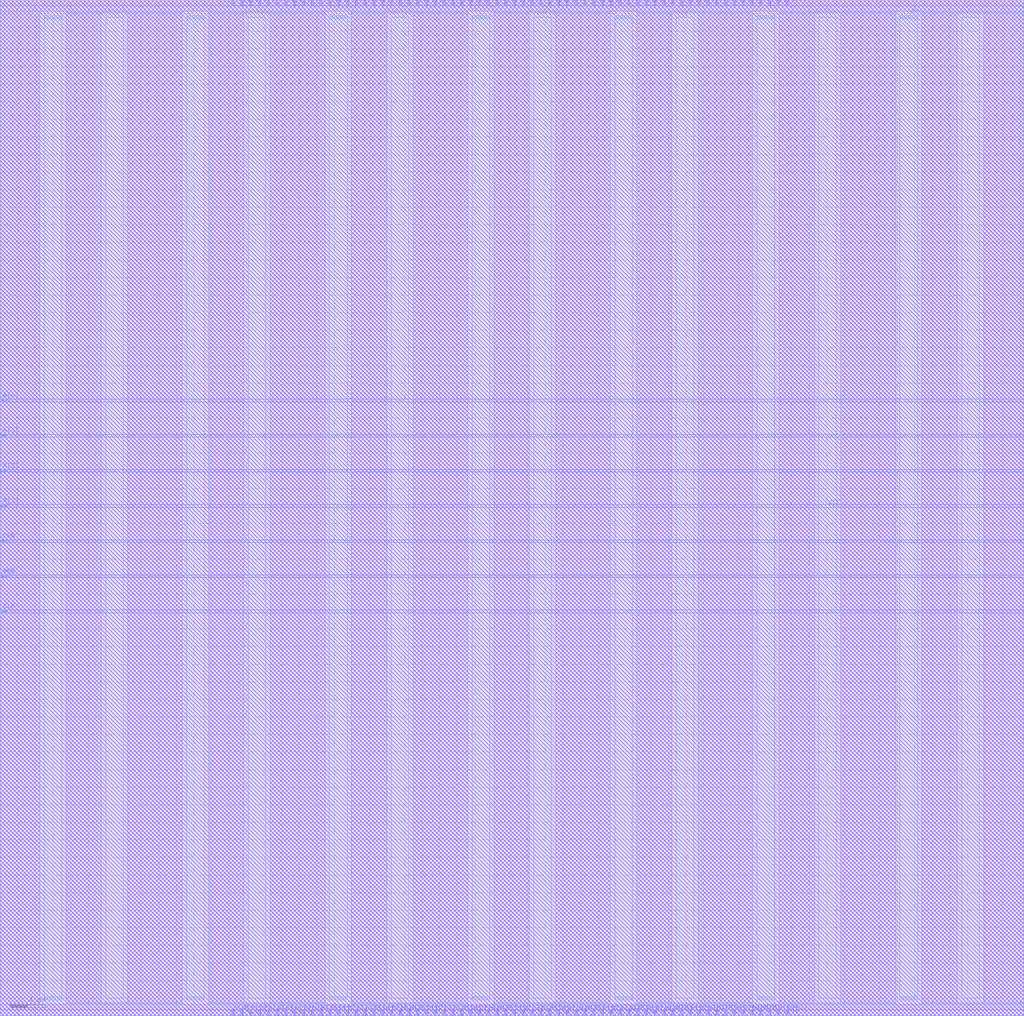
<source format=lef>
##
## LEF for PtnCells ;
## created by Innovus v15.23-s045_1 on Mon Mar 17 12:33:18 2025
##

VERSION 5.8 ;

BUSBITCHARS "[]" ;
DIVIDERCHAR "/" ;

MACRO sram_w8_64b
  CLASS BLOCK ;
  SIZE 116.4000 BY 115.6000 ;
  FOREIGN sram_w8_64b 0.0000 0.0000 ;
  ORIGIN 0 0 ;
  SYMMETRY X Y R90 ;
  PIN CLK
    DIRECTION INPUT ;
    USE SIGNAL ;
    PORT
      LAYER M3 ;
        RECT 0.0000 45.9500 0.6000 46.0500 ;
    END
  END CLK
  PIN D[63]
    DIRECTION INPUT ;
    USE SIGNAL ;
    PORT
      LAYER M2 ;
        RECT 89.4500 0.0000 89.5500 0.6000 ;
    END
  END D[63]
  PIN D[62]
    DIRECTION INPUT ;
    USE SIGNAL ;
    PORT
      LAYER M2 ;
        RECT 88.4500 0.0000 88.5500 0.6000 ;
    END
  END D[62]
  PIN D[61]
    DIRECTION INPUT ;
    USE SIGNAL ;
    PORT
      LAYER M2 ;
        RECT 87.4500 0.0000 87.5500 0.6000 ;
    END
  END D[61]
  PIN D[60]
    DIRECTION INPUT ;
    USE SIGNAL ;
    PORT
      LAYER M2 ;
        RECT 86.4500 0.0000 86.5500 0.6000 ;
    END
  END D[60]
  PIN D[59]
    DIRECTION INPUT ;
    USE SIGNAL ;
    PORT
      LAYER M2 ;
        RECT 85.4500 0.0000 85.5500 0.6000 ;
    END
  END D[59]
  PIN D[58]
    DIRECTION INPUT ;
    USE SIGNAL ;
    PORT
      LAYER M2 ;
        RECT 84.4500 0.0000 84.5500 0.6000 ;
    END
  END D[58]
  PIN D[57]
    DIRECTION INPUT ;
    USE SIGNAL ;
    PORT
      LAYER M2 ;
        RECT 83.4500 0.0000 83.5500 0.6000 ;
    END
  END D[57]
  PIN D[56]
    DIRECTION INPUT ;
    USE SIGNAL ;
    PORT
      LAYER M2 ;
        RECT 82.4500 0.0000 82.5500 0.6000 ;
    END
  END D[56]
  PIN D[55]
    DIRECTION INPUT ;
    USE SIGNAL ;
    PORT
      LAYER M2 ;
        RECT 81.4500 0.0000 81.5500 0.6000 ;
    END
  END D[55]
  PIN D[54]
    DIRECTION INPUT ;
    USE SIGNAL ;
    PORT
      LAYER M2 ;
        RECT 80.4500 0.0000 80.5500 0.6000 ;
    END
  END D[54]
  PIN D[53]
    DIRECTION INPUT ;
    USE SIGNAL ;
    PORT
      LAYER M2 ;
        RECT 79.4500 0.0000 79.5500 0.6000 ;
    END
  END D[53]
  PIN D[52]
    DIRECTION INPUT ;
    USE SIGNAL ;
    PORT
      LAYER M2 ;
        RECT 78.4500 0.0000 78.5500 0.6000 ;
    END
  END D[52]
  PIN D[51]
    DIRECTION INPUT ;
    USE SIGNAL ;
    PORT
      LAYER M2 ;
        RECT 77.4500 0.0000 77.5500 0.6000 ;
    END
  END D[51]
  PIN D[50]
    DIRECTION INPUT ;
    USE SIGNAL ;
    PORT
      LAYER M2 ;
        RECT 76.4500 0.0000 76.5500 0.6000 ;
    END
  END D[50]
  PIN D[49]
    DIRECTION INPUT ;
    USE SIGNAL ;
    PORT
      LAYER M2 ;
        RECT 75.4500 0.0000 75.5500 0.6000 ;
    END
  END D[49]
  PIN D[48]
    DIRECTION INPUT ;
    USE SIGNAL ;
    PORT
      LAYER M2 ;
        RECT 74.4500 0.0000 74.5500 0.6000 ;
    END
  END D[48]
  PIN D[47]
    DIRECTION INPUT ;
    USE SIGNAL ;
    PORT
      LAYER M2 ;
        RECT 73.4500 0.0000 73.5500 0.6000 ;
    END
  END D[47]
  PIN D[46]
    DIRECTION INPUT ;
    USE SIGNAL ;
    PORT
      LAYER M2 ;
        RECT 72.4500 0.0000 72.5500 0.6000 ;
    END
  END D[46]
  PIN D[45]
    DIRECTION INPUT ;
    USE SIGNAL ;
    PORT
      LAYER M2 ;
        RECT 71.4500 0.0000 71.5500 0.6000 ;
    END
  END D[45]
  PIN D[44]
    DIRECTION INPUT ;
    USE SIGNAL ;
    PORT
      LAYER M2 ;
        RECT 70.4500 0.0000 70.5500 0.6000 ;
    END
  END D[44]
  PIN D[43]
    DIRECTION INPUT ;
    USE SIGNAL ;
    PORT
      LAYER M2 ;
        RECT 69.4500 0.0000 69.5500 0.6000 ;
    END
  END D[43]
  PIN D[42]
    DIRECTION INPUT ;
    USE SIGNAL ;
    PORT
      LAYER M2 ;
        RECT 68.4500 0.0000 68.5500 0.6000 ;
    END
  END D[42]
  PIN D[41]
    DIRECTION INPUT ;
    USE SIGNAL ;
    PORT
      LAYER M2 ;
        RECT 67.4500 0.0000 67.5500 0.6000 ;
    END
  END D[41]
  PIN D[40]
    DIRECTION INPUT ;
    USE SIGNAL ;
    PORT
      LAYER M2 ;
        RECT 66.4500 0.0000 66.5500 0.6000 ;
    END
  END D[40]
  PIN D[39]
    DIRECTION INPUT ;
    USE SIGNAL ;
    PORT
      LAYER M2 ;
        RECT 65.4500 0.0000 65.5500 0.6000 ;
    END
  END D[39]
  PIN D[38]
    DIRECTION INPUT ;
    USE SIGNAL ;
    PORT
      LAYER M2 ;
        RECT 64.4500 0.0000 64.5500 0.6000 ;
    END
  END D[38]
  PIN D[37]
    DIRECTION INPUT ;
    USE SIGNAL ;
    PORT
      LAYER M2 ;
        RECT 63.4500 0.0000 63.5500 0.6000 ;
    END
  END D[37]
  PIN D[36]
    DIRECTION INPUT ;
    USE SIGNAL ;
    PORT
      LAYER M2 ;
        RECT 62.4500 0.0000 62.5500 0.6000 ;
    END
  END D[36]
  PIN D[35]
    DIRECTION INPUT ;
    USE SIGNAL ;
    PORT
      LAYER M2 ;
        RECT 61.4500 0.0000 61.5500 0.6000 ;
    END
  END D[35]
  PIN D[34]
    DIRECTION INPUT ;
    USE SIGNAL ;
    PORT
      LAYER M2 ;
        RECT 60.4500 0.0000 60.5500 0.6000 ;
    END
  END D[34]
  PIN D[33]
    DIRECTION INPUT ;
    USE SIGNAL ;
    PORT
      LAYER M2 ;
        RECT 59.4500 0.0000 59.5500 0.6000 ;
    END
  END D[33]
  PIN D[32]
    DIRECTION INPUT ;
    USE SIGNAL ;
    PORT
      LAYER M2 ;
        RECT 58.4500 0.0000 58.5500 0.6000 ;
    END
  END D[32]
  PIN D[31]
    DIRECTION INPUT ;
    USE SIGNAL ;
    PORT
      LAYER M2 ;
        RECT 57.4500 0.0000 57.5500 0.6000 ;
    END
  END D[31]
  PIN D[30]
    DIRECTION INPUT ;
    USE SIGNAL ;
    PORT
      LAYER M2 ;
        RECT 56.4500 0.0000 56.5500 0.6000 ;
    END
  END D[30]
  PIN D[29]
    DIRECTION INPUT ;
    USE SIGNAL ;
    PORT
      LAYER M2 ;
        RECT 55.4500 0.0000 55.5500 0.6000 ;
    END
  END D[29]
  PIN D[28]
    DIRECTION INPUT ;
    USE SIGNAL ;
    PORT
      LAYER M2 ;
        RECT 54.4500 0.0000 54.5500 0.6000 ;
    END
  END D[28]
  PIN D[27]
    DIRECTION INPUT ;
    USE SIGNAL ;
    PORT
      LAYER M2 ;
        RECT 53.4500 0.0000 53.5500 0.6000 ;
    END
  END D[27]
  PIN D[26]
    DIRECTION INPUT ;
    USE SIGNAL ;
    PORT
      LAYER M2 ;
        RECT 52.4500 0.0000 52.5500 0.6000 ;
    END
  END D[26]
  PIN D[25]
    DIRECTION INPUT ;
    USE SIGNAL ;
    PORT
      LAYER M2 ;
        RECT 51.4500 0.0000 51.5500 0.6000 ;
    END
  END D[25]
  PIN D[24]
    DIRECTION INPUT ;
    USE SIGNAL ;
    PORT
      LAYER M2 ;
        RECT 50.4500 0.0000 50.5500 0.6000 ;
    END
  END D[24]
  PIN D[23]
    DIRECTION INPUT ;
    USE SIGNAL ;
    PORT
      LAYER M2 ;
        RECT 49.4500 0.0000 49.5500 0.6000 ;
    END
  END D[23]
  PIN D[22]
    DIRECTION INPUT ;
    USE SIGNAL ;
    PORT
      LAYER M2 ;
        RECT 48.4500 0.0000 48.5500 0.6000 ;
    END
  END D[22]
  PIN D[21]
    DIRECTION INPUT ;
    USE SIGNAL ;
    PORT
      LAYER M2 ;
        RECT 47.4500 0.0000 47.5500 0.6000 ;
    END
  END D[21]
  PIN D[20]
    DIRECTION INPUT ;
    USE SIGNAL ;
    PORT
      LAYER M2 ;
        RECT 46.4500 0.0000 46.5500 0.6000 ;
    END
  END D[20]
  PIN D[19]
    DIRECTION INPUT ;
    USE SIGNAL ;
    PORT
      LAYER M2 ;
        RECT 45.4500 0.0000 45.5500 0.6000 ;
    END
  END D[19]
  PIN D[18]
    DIRECTION INPUT ;
    USE SIGNAL ;
    PORT
      LAYER M2 ;
        RECT 44.4500 0.0000 44.5500 0.6000 ;
    END
  END D[18]
  PIN D[17]
    DIRECTION INPUT ;
    USE SIGNAL ;
    PORT
      LAYER M2 ;
        RECT 43.4500 0.0000 43.5500 0.6000 ;
    END
  END D[17]
  PIN D[16]
    DIRECTION INPUT ;
    USE SIGNAL ;
    PORT
      LAYER M2 ;
        RECT 42.4500 0.0000 42.5500 0.6000 ;
    END
  END D[16]
  PIN D[15]
    DIRECTION INPUT ;
    USE SIGNAL ;
    PORT
      LAYER M2 ;
        RECT 41.4500 0.0000 41.5500 0.6000 ;
    END
  END D[15]
  PIN D[14]
    DIRECTION INPUT ;
    USE SIGNAL ;
    PORT
      LAYER M2 ;
        RECT 40.4500 0.0000 40.5500 0.6000 ;
    END
  END D[14]
  PIN D[13]
    DIRECTION INPUT ;
    USE SIGNAL ;
    PORT
      LAYER M2 ;
        RECT 39.4500 0.0000 39.5500 0.6000 ;
    END
  END D[13]
  PIN D[12]
    DIRECTION INPUT ;
    USE SIGNAL ;
    PORT
      LAYER M2 ;
        RECT 38.4500 0.0000 38.5500 0.6000 ;
    END
  END D[12]
  PIN D[11]
    DIRECTION INPUT ;
    USE SIGNAL ;
    PORT
      LAYER M2 ;
        RECT 37.4500 0.0000 37.5500 0.6000 ;
    END
  END D[11]
  PIN D[10]
    DIRECTION INPUT ;
    USE SIGNAL ;
    PORT
      LAYER M2 ;
        RECT 36.4500 0.0000 36.5500 0.6000 ;
    END
  END D[10]
  PIN D[9]
    DIRECTION INPUT ;
    USE SIGNAL ;
    PORT
      LAYER M2 ;
        RECT 35.4500 0.0000 35.5500 0.6000 ;
    END
  END D[9]
  PIN D[8]
    DIRECTION INPUT ;
    USE SIGNAL ;
    PORT
      LAYER M2 ;
        RECT 34.4500 0.0000 34.5500 0.6000 ;
    END
  END D[8]
  PIN D[7]
    DIRECTION INPUT ;
    USE SIGNAL ;
    PORT
      LAYER M2 ;
        RECT 33.4500 0.0000 33.5500 0.6000 ;
    END
  END D[7]
  PIN D[6]
    DIRECTION INPUT ;
    USE SIGNAL ;
    PORT
      LAYER M2 ;
        RECT 32.4500 0.0000 32.5500 0.6000 ;
    END
  END D[6]
  PIN D[5]
    DIRECTION INPUT ;
    USE SIGNAL ;
    PORT
      LAYER M2 ;
        RECT 31.4500 0.0000 31.5500 0.6000 ;
    END
  END D[5]
  PIN D[4]
    DIRECTION INPUT ;
    USE SIGNAL ;
    PORT
      LAYER M2 ;
        RECT 30.4500 0.0000 30.5500 0.6000 ;
    END
  END D[4]
  PIN D[3]
    DIRECTION INPUT ;
    USE SIGNAL ;
    PORT
      LAYER M2 ;
        RECT 29.4500 0.0000 29.5500 0.6000 ;
    END
  END D[3]
  PIN D[2]
    DIRECTION INPUT ;
    USE SIGNAL ;
    PORT
      LAYER M2 ;
        RECT 28.4500 0.0000 28.5500 0.6000 ;
    END
  END D[2]
  PIN D[1]
    DIRECTION INPUT ;
    USE SIGNAL ;
    PORT
      LAYER M2 ;
        RECT 27.4500 0.0000 27.5500 0.6000 ;
    END
  END D[1]
  PIN D[0]
    DIRECTION INPUT ;
    USE SIGNAL ;
    PORT
      LAYER M2 ;
        RECT 26.4500 0.0000 26.5500 0.6000 ;
    END
  END D[0]
  PIN Q[63]
    DIRECTION OUTPUT ;
    USE SIGNAL ;
    PORT
      LAYER M2 ;
        RECT 89.4500 115.0000 89.5500 115.6000 ;
    END
  END Q[63]
  PIN Q[62]
    DIRECTION OUTPUT ;
    USE SIGNAL ;
    PORT
      LAYER M2 ;
        RECT 88.4500 115.0000 88.5500 115.6000 ;
    END
  END Q[62]
  PIN Q[61]
    DIRECTION OUTPUT ;
    USE SIGNAL ;
    PORT
      LAYER M2 ;
        RECT 87.4500 115.0000 87.5500 115.6000 ;
    END
  END Q[61]
  PIN Q[60]
    DIRECTION OUTPUT ;
    USE SIGNAL ;
    PORT
      LAYER M2 ;
        RECT 86.4500 115.0000 86.5500 115.6000 ;
    END
  END Q[60]
  PIN Q[59]
    DIRECTION OUTPUT ;
    USE SIGNAL ;
    PORT
      LAYER M2 ;
        RECT 85.4500 115.0000 85.5500 115.6000 ;
    END
  END Q[59]
  PIN Q[58]
    DIRECTION OUTPUT ;
    USE SIGNAL ;
    PORT
      LAYER M2 ;
        RECT 84.4500 115.0000 84.5500 115.6000 ;
    END
  END Q[58]
  PIN Q[57]
    DIRECTION OUTPUT ;
    USE SIGNAL ;
    PORT
      LAYER M2 ;
        RECT 83.4500 115.0000 83.5500 115.6000 ;
    END
  END Q[57]
  PIN Q[56]
    DIRECTION OUTPUT ;
    USE SIGNAL ;
    PORT
      LAYER M2 ;
        RECT 82.4500 115.0000 82.5500 115.6000 ;
    END
  END Q[56]
  PIN Q[55]
    DIRECTION OUTPUT ;
    USE SIGNAL ;
    PORT
      LAYER M2 ;
        RECT 81.4500 115.0000 81.5500 115.6000 ;
    END
  END Q[55]
  PIN Q[54]
    DIRECTION OUTPUT ;
    USE SIGNAL ;
    PORT
      LAYER M2 ;
        RECT 80.4500 115.0000 80.5500 115.6000 ;
    END
  END Q[54]
  PIN Q[53]
    DIRECTION OUTPUT ;
    USE SIGNAL ;
    PORT
      LAYER M2 ;
        RECT 79.4500 115.0000 79.5500 115.6000 ;
    END
  END Q[53]
  PIN Q[52]
    DIRECTION OUTPUT ;
    USE SIGNAL ;
    PORT
      LAYER M2 ;
        RECT 78.4500 115.0000 78.5500 115.6000 ;
    END
  END Q[52]
  PIN Q[51]
    DIRECTION OUTPUT ;
    USE SIGNAL ;
    PORT
      LAYER M2 ;
        RECT 77.4500 115.0000 77.5500 115.6000 ;
    END
  END Q[51]
  PIN Q[50]
    DIRECTION OUTPUT ;
    USE SIGNAL ;
    PORT
      LAYER M2 ;
        RECT 76.4500 115.0000 76.5500 115.6000 ;
    END
  END Q[50]
  PIN Q[49]
    DIRECTION OUTPUT ;
    USE SIGNAL ;
    PORT
      LAYER M2 ;
        RECT 75.4500 115.0000 75.5500 115.6000 ;
    END
  END Q[49]
  PIN Q[48]
    DIRECTION OUTPUT ;
    USE SIGNAL ;
    PORT
      LAYER M2 ;
        RECT 74.4500 115.0000 74.5500 115.6000 ;
    END
  END Q[48]
  PIN Q[47]
    DIRECTION OUTPUT ;
    USE SIGNAL ;
    PORT
      LAYER M2 ;
        RECT 73.4500 115.0000 73.5500 115.6000 ;
    END
  END Q[47]
  PIN Q[46]
    DIRECTION OUTPUT ;
    USE SIGNAL ;
    PORT
      LAYER M2 ;
        RECT 72.4500 115.0000 72.5500 115.6000 ;
    END
  END Q[46]
  PIN Q[45]
    DIRECTION OUTPUT ;
    USE SIGNAL ;
    PORT
      LAYER M2 ;
        RECT 71.4500 115.0000 71.5500 115.6000 ;
    END
  END Q[45]
  PIN Q[44]
    DIRECTION OUTPUT ;
    USE SIGNAL ;
    PORT
      LAYER M2 ;
        RECT 70.4500 115.0000 70.5500 115.6000 ;
    END
  END Q[44]
  PIN Q[43]
    DIRECTION OUTPUT ;
    USE SIGNAL ;
    PORT
      LAYER M2 ;
        RECT 69.4500 115.0000 69.5500 115.6000 ;
    END
  END Q[43]
  PIN Q[42]
    DIRECTION OUTPUT ;
    USE SIGNAL ;
    PORT
      LAYER M2 ;
        RECT 68.4500 115.0000 68.5500 115.6000 ;
    END
  END Q[42]
  PIN Q[41]
    DIRECTION OUTPUT ;
    USE SIGNAL ;
    PORT
      LAYER M2 ;
        RECT 67.4500 115.0000 67.5500 115.6000 ;
    END
  END Q[41]
  PIN Q[40]
    DIRECTION OUTPUT ;
    USE SIGNAL ;
    PORT
      LAYER M2 ;
        RECT 66.4500 115.0000 66.5500 115.6000 ;
    END
  END Q[40]
  PIN Q[39]
    DIRECTION OUTPUT ;
    USE SIGNAL ;
    PORT
      LAYER M2 ;
        RECT 65.4500 115.0000 65.5500 115.6000 ;
    END
  END Q[39]
  PIN Q[38]
    DIRECTION OUTPUT ;
    USE SIGNAL ;
    PORT
      LAYER M2 ;
        RECT 64.4500 115.0000 64.5500 115.6000 ;
    END
  END Q[38]
  PIN Q[37]
    DIRECTION OUTPUT ;
    USE SIGNAL ;
    PORT
      LAYER M2 ;
        RECT 63.4500 115.0000 63.5500 115.6000 ;
    END
  END Q[37]
  PIN Q[36]
    DIRECTION OUTPUT ;
    USE SIGNAL ;
    PORT
      LAYER M2 ;
        RECT 62.4500 115.0000 62.5500 115.6000 ;
    END
  END Q[36]
  PIN Q[35]
    DIRECTION OUTPUT ;
    USE SIGNAL ;
    PORT
      LAYER M2 ;
        RECT 61.4500 115.0000 61.5500 115.6000 ;
    END
  END Q[35]
  PIN Q[34]
    DIRECTION OUTPUT ;
    USE SIGNAL ;
    PORT
      LAYER M2 ;
        RECT 60.4500 115.0000 60.5500 115.6000 ;
    END
  END Q[34]
  PIN Q[33]
    DIRECTION OUTPUT ;
    USE SIGNAL ;
    PORT
      LAYER M2 ;
        RECT 59.4500 115.0000 59.5500 115.6000 ;
    END
  END Q[33]
  PIN Q[32]
    DIRECTION OUTPUT ;
    USE SIGNAL ;
    PORT
      LAYER M2 ;
        RECT 58.4500 115.0000 58.5500 115.6000 ;
    END
  END Q[32]
  PIN Q[31]
    DIRECTION OUTPUT ;
    USE SIGNAL ;
    PORT
      LAYER M2 ;
        RECT 57.4500 115.0000 57.5500 115.6000 ;
    END
  END Q[31]
  PIN Q[30]
    DIRECTION OUTPUT ;
    USE SIGNAL ;
    PORT
      LAYER M2 ;
        RECT 56.4500 115.0000 56.5500 115.6000 ;
    END
  END Q[30]
  PIN Q[29]
    DIRECTION OUTPUT ;
    USE SIGNAL ;
    PORT
      LAYER M2 ;
        RECT 55.4500 115.0000 55.5500 115.6000 ;
    END
  END Q[29]
  PIN Q[28]
    DIRECTION OUTPUT ;
    USE SIGNAL ;
    PORT
      LAYER M2 ;
        RECT 54.4500 115.0000 54.5500 115.6000 ;
    END
  END Q[28]
  PIN Q[27]
    DIRECTION OUTPUT ;
    USE SIGNAL ;
    PORT
      LAYER M2 ;
        RECT 53.4500 115.0000 53.5500 115.6000 ;
    END
  END Q[27]
  PIN Q[26]
    DIRECTION OUTPUT ;
    USE SIGNAL ;
    PORT
      LAYER M2 ;
        RECT 52.4500 115.0000 52.5500 115.6000 ;
    END
  END Q[26]
  PIN Q[25]
    DIRECTION OUTPUT ;
    USE SIGNAL ;
    PORT
      LAYER M2 ;
        RECT 51.4500 115.0000 51.5500 115.6000 ;
    END
  END Q[25]
  PIN Q[24]
    DIRECTION OUTPUT ;
    USE SIGNAL ;
    PORT
      LAYER M2 ;
        RECT 50.4500 115.0000 50.5500 115.6000 ;
    END
  END Q[24]
  PIN Q[23]
    DIRECTION OUTPUT ;
    USE SIGNAL ;
    PORT
      LAYER M2 ;
        RECT 49.4500 115.0000 49.5500 115.6000 ;
    END
  END Q[23]
  PIN Q[22]
    DIRECTION OUTPUT ;
    USE SIGNAL ;
    PORT
      LAYER M2 ;
        RECT 48.4500 115.0000 48.5500 115.6000 ;
    END
  END Q[22]
  PIN Q[21]
    DIRECTION OUTPUT ;
    USE SIGNAL ;
    PORT
      LAYER M2 ;
        RECT 47.4500 115.0000 47.5500 115.6000 ;
    END
  END Q[21]
  PIN Q[20]
    DIRECTION OUTPUT ;
    USE SIGNAL ;
    PORT
      LAYER M2 ;
        RECT 46.4500 115.0000 46.5500 115.6000 ;
    END
  END Q[20]
  PIN Q[19]
    DIRECTION OUTPUT ;
    USE SIGNAL ;
    PORT
      LAYER M2 ;
        RECT 45.4500 115.0000 45.5500 115.6000 ;
    END
  END Q[19]
  PIN Q[18]
    DIRECTION OUTPUT ;
    USE SIGNAL ;
    PORT
      LAYER M2 ;
        RECT 44.4500 115.0000 44.5500 115.6000 ;
    END
  END Q[18]
  PIN Q[17]
    DIRECTION OUTPUT ;
    USE SIGNAL ;
    PORT
      LAYER M2 ;
        RECT 43.4500 115.0000 43.5500 115.6000 ;
    END
  END Q[17]
  PIN Q[16]
    DIRECTION OUTPUT ;
    USE SIGNAL ;
    PORT
      LAYER M2 ;
        RECT 42.4500 115.0000 42.5500 115.6000 ;
    END
  END Q[16]
  PIN Q[15]
    DIRECTION OUTPUT ;
    USE SIGNAL ;
    PORT
      LAYER M2 ;
        RECT 41.4500 115.0000 41.5500 115.6000 ;
    END
  END Q[15]
  PIN Q[14]
    DIRECTION OUTPUT ;
    USE SIGNAL ;
    PORT
      LAYER M2 ;
        RECT 40.4500 115.0000 40.5500 115.6000 ;
    END
  END Q[14]
  PIN Q[13]
    DIRECTION OUTPUT ;
    USE SIGNAL ;
    PORT
      LAYER M2 ;
        RECT 39.4500 115.0000 39.5500 115.6000 ;
    END
  END Q[13]
  PIN Q[12]
    DIRECTION OUTPUT ;
    USE SIGNAL ;
    PORT
      LAYER M2 ;
        RECT 38.4500 115.0000 38.5500 115.6000 ;
    END
  END Q[12]
  PIN Q[11]
    DIRECTION OUTPUT ;
    USE SIGNAL ;
    PORT
      LAYER M2 ;
        RECT 37.4500 115.0000 37.5500 115.6000 ;
    END
  END Q[11]
  PIN Q[10]
    DIRECTION OUTPUT ;
    USE SIGNAL ;
    PORT
      LAYER M2 ;
        RECT 36.4500 115.0000 36.5500 115.6000 ;
    END
  END Q[10]
  PIN Q[9]
    DIRECTION OUTPUT ;
    USE SIGNAL ;
    PORT
      LAYER M2 ;
        RECT 35.4500 115.0000 35.5500 115.6000 ;
    END
  END Q[9]
  PIN Q[8]
    DIRECTION OUTPUT ;
    USE SIGNAL ;
    PORT
      LAYER M2 ;
        RECT 34.4500 115.0000 34.5500 115.6000 ;
    END
  END Q[8]
  PIN Q[7]
    DIRECTION OUTPUT ;
    USE SIGNAL ;
    PORT
      LAYER M2 ;
        RECT 33.4500 115.0000 33.5500 115.6000 ;
    END
  END Q[7]
  PIN Q[6]
    DIRECTION OUTPUT ;
    USE SIGNAL ;
    PORT
      LAYER M2 ;
        RECT 32.4500 115.0000 32.5500 115.6000 ;
    END
  END Q[6]
  PIN Q[5]
    DIRECTION OUTPUT ;
    USE SIGNAL ;
    PORT
      LAYER M2 ;
        RECT 31.4500 115.0000 31.5500 115.6000 ;
    END
  END Q[5]
  PIN Q[4]
    DIRECTION OUTPUT ;
    USE SIGNAL ;
    PORT
      LAYER M2 ;
        RECT 30.4500 115.0000 30.5500 115.6000 ;
    END
  END Q[4]
  PIN Q[3]
    DIRECTION OUTPUT ;
    USE SIGNAL ;
    PORT
      LAYER M2 ;
        RECT 29.4500 115.0000 29.5500 115.6000 ;
    END
  END Q[3]
  PIN Q[2]
    DIRECTION OUTPUT ;
    USE SIGNAL ;
    PORT
      LAYER M2 ;
        RECT 28.4500 115.0000 28.5500 115.6000 ;
    END
  END Q[2]
  PIN Q[1]
    DIRECTION OUTPUT ;
    USE SIGNAL ;
    PORT
      LAYER M2 ;
        RECT 27.4500 115.0000 27.5500 115.6000 ;
    END
  END Q[1]
  PIN Q[0]
    DIRECTION OUTPUT ;
    USE SIGNAL ;
    PORT
      LAYER M2 ;
        RECT 26.4500 115.0000 26.5500 115.6000 ;
    END
  END Q[0]
  PIN CEN
    DIRECTION INPUT ;
    USE SIGNAL ;
    PORT
      LAYER M3 ;
        RECT 0.0000 53.9500 0.6000 54.0500 ;
    END
  END CEN
  PIN WEN
    DIRECTION INPUT ;
    USE SIGNAL ;
    PORT
      LAYER M3 ;
        RECT 0.0000 49.9500 0.6000 50.0500 ;
    END
  END WEN
  PIN A[3]
    DIRECTION INPUT ;
    USE SIGNAL ;
    PORT
      LAYER M3 ;
        RECT 0.0000 57.9500 0.6000 58.0500 ;
    END
  END A[3]
  PIN A[2]
    DIRECTION INPUT ;
    USE SIGNAL ;
    PORT
      LAYER M3 ;
        RECT 0.0000 61.9500 0.6000 62.0500 ;
    END
  END A[2]
  PIN A[1]
    DIRECTION INPUT ;
    USE SIGNAL ;
    PORT
      LAYER M3 ;
        RECT 0.0000 65.9500 0.6000 66.0500 ;
    END
  END A[1]
  PIN A[0]
    DIRECTION INPUT ;
    USE SIGNAL ;
    PORT
      LAYER M3 ;
        RECT 0.0000 69.9500 0.6000 70.0500 ;
    END
  END A[0]
  PIN VSS
    DIRECTION INOUT ;
    USE GROUND ;

# P/G power stripe data as pin
    PORT
      LAYER M4 ;
        RECT 12.0000 2.0000 14.0000 113.6000 ;
        RECT 28.2200 2.0000 30.2200 113.6000 ;
        RECT 44.4400 2.0000 46.4400 113.6000 ;
        RECT 76.8800 2.0000 78.8800 113.6000 ;
        RECT 60.6600 2.0000 62.6600 113.6000 ;
        RECT 109.3200 2.0000 111.3200 113.6000 ;
        RECT 93.1000 2.0000 95.1000 113.6000 ;
    END
# end of P/G power stripe data as pin

  END VSS
  PIN VDD
    DIRECTION INOUT ;
    USE POWER ;

# P/G power stripe data as pin
    PORT
      LAYER M4 ;
        RECT 5.0000 2.0000 7.0000 113.6000 ;
        RECT 21.2200 2.0000 23.2200 113.6000 ;
        RECT 37.4400 2.0000 39.4400 113.6000 ;
        RECT 53.6600 2.0000 55.6600 113.6000 ;
        RECT 86.1000 2.0000 88.1000 113.6000 ;
        RECT 69.8800 2.0000 71.8800 113.6000 ;
        RECT 102.3200 2.0000 104.3200 113.6000 ;
        RECT 5.0000 1.8350 7.0000 2.1650 ;
        RECT 21.2200 1.8350 23.2200 2.1650 ;
        RECT 37.4400 1.8350 39.4400 2.1650 ;
        RECT 53.6600 1.8350 55.6600 2.1650 ;
        RECT 86.1000 1.8350 88.1000 2.1650 ;
        RECT 69.8800 1.8350 71.8800 2.1650 ;
        RECT 102.3200 1.8350 104.3200 2.1650 ;
        RECT 5.0000 113.4350 7.0000 113.7650 ;
        RECT 21.2200 113.4350 23.2200 113.7650 ;
        RECT 37.4400 113.4350 39.4400 113.7650 ;
        RECT 53.6600 113.4350 55.6600 113.7650 ;
        RECT 86.1000 113.4350 88.1000 113.7650 ;
        RECT 69.8800 113.4350 71.8800 113.7650 ;
        RECT 102.3200 113.4350 104.3200 113.7650 ;
    END
# end of P/G power stripe data as pin

  END VDD
  OBS
    LAYER M1 ;
      RECT 0.0000 0.0000 116.4000 115.6000 ;
    LAYER M2 ;
      RECT 89.6500 114.9000 116.4000 115.6000 ;
      RECT 88.6500 114.9000 89.3500 115.6000 ;
      RECT 87.6500 114.9000 88.3500 115.6000 ;
      RECT 86.6500 114.9000 87.3500 115.6000 ;
      RECT 85.6500 114.9000 86.3500 115.6000 ;
      RECT 84.6500 114.9000 85.3500 115.6000 ;
      RECT 83.6500 114.9000 84.3500 115.6000 ;
      RECT 82.6500 114.9000 83.3500 115.6000 ;
      RECT 81.6500 114.9000 82.3500 115.6000 ;
      RECT 80.6500 114.9000 81.3500 115.6000 ;
      RECT 79.6500 114.9000 80.3500 115.6000 ;
      RECT 78.6500 114.9000 79.3500 115.6000 ;
      RECT 77.6500 114.9000 78.3500 115.6000 ;
      RECT 76.6500 114.9000 77.3500 115.6000 ;
      RECT 75.6500 114.9000 76.3500 115.6000 ;
      RECT 74.6500 114.9000 75.3500 115.6000 ;
      RECT 73.6500 114.9000 74.3500 115.6000 ;
      RECT 72.6500 114.9000 73.3500 115.6000 ;
      RECT 71.6500 114.9000 72.3500 115.6000 ;
      RECT 70.6500 114.9000 71.3500 115.6000 ;
      RECT 69.6500 114.9000 70.3500 115.6000 ;
      RECT 68.6500 114.9000 69.3500 115.6000 ;
      RECT 67.6500 114.9000 68.3500 115.6000 ;
      RECT 66.6500 114.9000 67.3500 115.6000 ;
      RECT 65.6500 114.9000 66.3500 115.6000 ;
      RECT 64.6500 114.9000 65.3500 115.6000 ;
      RECT 63.6500 114.9000 64.3500 115.6000 ;
      RECT 62.6500 114.9000 63.3500 115.6000 ;
      RECT 61.6500 114.9000 62.3500 115.6000 ;
      RECT 60.6500 114.9000 61.3500 115.6000 ;
      RECT 59.6500 114.9000 60.3500 115.6000 ;
      RECT 58.6500 114.9000 59.3500 115.6000 ;
      RECT 57.6500 114.9000 58.3500 115.6000 ;
      RECT 56.6500 114.9000 57.3500 115.6000 ;
      RECT 55.6500 114.9000 56.3500 115.6000 ;
      RECT 54.6500 114.9000 55.3500 115.6000 ;
      RECT 53.6500 114.9000 54.3500 115.6000 ;
      RECT 52.6500 114.9000 53.3500 115.6000 ;
      RECT 51.6500 114.9000 52.3500 115.6000 ;
      RECT 50.6500 114.9000 51.3500 115.6000 ;
      RECT 49.6500 114.9000 50.3500 115.6000 ;
      RECT 48.6500 114.9000 49.3500 115.6000 ;
      RECT 47.6500 114.9000 48.3500 115.6000 ;
      RECT 46.6500 114.9000 47.3500 115.6000 ;
      RECT 45.6500 114.9000 46.3500 115.6000 ;
      RECT 44.6500 114.9000 45.3500 115.6000 ;
      RECT 43.6500 114.9000 44.3500 115.6000 ;
      RECT 42.6500 114.9000 43.3500 115.6000 ;
      RECT 41.6500 114.9000 42.3500 115.6000 ;
      RECT 40.6500 114.9000 41.3500 115.6000 ;
      RECT 39.6500 114.9000 40.3500 115.6000 ;
      RECT 38.6500 114.9000 39.3500 115.6000 ;
      RECT 37.6500 114.9000 38.3500 115.6000 ;
      RECT 36.6500 114.9000 37.3500 115.6000 ;
      RECT 35.6500 114.9000 36.3500 115.6000 ;
      RECT 34.6500 114.9000 35.3500 115.6000 ;
      RECT 33.6500 114.9000 34.3500 115.6000 ;
      RECT 32.6500 114.9000 33.3500 115.6000 ;
      RECT 31.6500 114.9000 32.3500 115.6000 ;
      RECT 30.6500 114.9000 31.3500 115.6000 ;
      RECT 29.6500 114.9000 30.3500 115.6000 ;
      RECT 28.6500 114.9000 29.3500 115.6000 ;
      RECT 27.6500 114.9000 28.3500 115.6000 ;
      RECT 26.6500 114.9000 27.3500 115.6000 ;
      RECT 0.0000 114.9000 26.3500 115.6000 ;
      RECT 0.0000 0.7000 116.4000 114.9000 ;
      RECT 89.6500 0.0000 116.4000 0.7000 ;
      RECT 88.6500 0.0000 89.3500 0.7000 ;
      RECT 87.6500 0.0000 88.3500 0.7000 ;
      RECT 86.6500 0.0000 87.3500 0.7000 ;
      RECT 85.6500 0.0000 86.3500 0.7000 ;
      RECT 84.6500 0.0000 85.3500 0.7000 ;
      RECT 83.6500 0.0000 84.3500 0.7000 ;
      RECT 82.6500 0.0000 83.3500 0.7000 ;
      RECT 81.6500 0.0000 82.3500 0.7000 ;
      RECT 80.6500 0.0000 81.3500 0.7000 ;
      RECT 79.6500 0.0000 80.3500 0.7000 ;
      RECT 78.6500 0.0000 79.3500 0.7000 ;
      RECT 77.6500 0.0000 78.3500 0.7000 ;
      RECT 76.6500 0.0000 77.3500 0.7000 ;
      RECT 75.6500 0.0000 76.3500 0.7000 ;
      RECT 74.6500 0.0000 75.3500 0.7000 ;
      RECT 73.6500 0.0000 74.3500 0.7000 ;
      RECT 72.6500 0.0000 73.3500 0.7000 ;
      RECT 71.6500 0.0000 72.3500 0.7000 ;
      RECT 70.6500 0.0000 71.3500 0.7000 ;
      RECT 69.6500 0.0000 70.3500 0.7000 ;
      RECT 68.6500 0.0000 69.3500 0.7000 ;
      RECT 67.6500 0.0000 68.3500 0.7000 ;
      RECT 66.6500 0.0000 67.3500 0.7000 ;
      RECT 65.6500 0.0000 66.3500 0.7000 ;
      RECT 64.6500 0.0000 65.3500 0.7000 ;
      RECT 63.6500 0.0000 64.3500 0.7000 ;
      RECT 62.6500 0.0000 63.3500 0.7000 ;
      RECT 61.6500 0.0000 62.3500 0.7000 ;
      RECT 60.6500 0.0000 61.3500 0.7000 ;
      RECT 59.6500 0.0000 60.3500 0.7000 ;
      RECT 58.6500 0.0000 59.3500 0.7000 ;
      RECT 57.6500 0.0000 58.3500 0.7000 ;
      RECT 56.6500 0.0000 57.3500 0.7000 ;
      RECT 55.6500 0.0000 56.3500 0.7000 ;
      RECT 54.6500 0.0000 55.3500 0.7000 ;
      RECT 53.6500 0.0000 54.3500 0.7000 ;
      RECT 52.6500 0.0000 53.3500 0.7000 ;
      RECT 51.6500 0.0000 52.3500 0.7000 ;
      RECT 50.6500 0.0000 51.3500 0.7000 ;
      RECT 49.6500 0.0000 50.3500 0.7000 ;
      RECT 48.6500 0.0000 49.3500 0.7000 ;
      RECT 47.6500 0.0000 48.3500 0.7000 ;
      RECT 46.6500 0.0000 47.3500 0.7000 ;
      RECT 45.6500 0.0000 46.3500 0.7000 ;
      RECT 44.6500 0.0000 45.3500 0.7000 ;
      RECT 43.6500 0.0000 44.3500 0.7000 ;
      RECT 42.6500 0.0000 43.3500 0.7000 ;
      RECT 41.6500 0.0000 42.3500 0.7000 ;
      RECT 40.6500 0.0000 41.3500 0.7000 ;
      RECT 39.6500 0.0000 40.3500 0.7000 ;
      RECT 38.6500 0.0000 39.3500 0.7000 ;
      RECT 37.6500 0.0000 38.3500 0.7000 ;
      RECT 36.6500 0.0000 37.3500 0.7000 ;
      RECT 35.6500 0.0000 36.3500 0.7000 ;
      RECT 34.6500 0.0000 35.3500 0.7000 ;
      RECT 33.6500 0.0000 34.3500 0.7000 ;
      RECT 32.6500 0.0000 33.3500 0.7000 ;
      RECT 31.6500 0.0000 32.3500 0.7000 ;
      RECT 30.6500 0.0000 31.3500 0.7000 ;
      RECT 29.6500 0.0000 30.3500 0.7000 ;
      RECT 28.6500 0.0000 29.3500 0.7000 ;
      RECT 27.6500 0.0000 28.3500 0.7000 ;
      RECT 26.6500 0.0000 27.3500 0.7000 ;
      RECT 0.0000 0.0000 26.3500 0.7000 ;
    LAYER M3 ;
      RECT 0.0000 70.1500 116.4000 115.6000 ;
      RECT 0.7000 69.8500 116.4000 70.1500 ;
      RECT 0.0000 66.1500 116.4000 69.8500 ;
      RECT 0.7000 65.8500 116.4000 66.1500 ;
      RECT 0.0000 62.1500 116.4000 65.8500 ;
      RECT 0.7000 61.8500 116.4000 62.1500 ;
      RECT 0.0000 58.1500 116.4000 61.8500 ;
      RECT 0.7000 57.8500 116.4000 58.1500 ;
      RECT 0.0000 54.1500 116.4000 57.8500 ;
      RECT 0.7000 53.8500 116.4000 54.1500 ;
      RECT 0.0000 50.1500 116.4000 53.8500 ;
      RECT 0.7000 49.8500 116.4000 50.1500 ;
      RECT 0.0000 46.1500 116.4000 49.8500 ;
      RECT 0.7000 45.8500 116.4000 46.1500 ;
      RECT 0.0000 0.0000 116.4000 45.8500 ;
    LAYER M4 ;
      RECT 0.0000 114.2650 116.4000 115.6000 ;
      RECT 104.8200 114.1000 116.4000 114.2650 ;
      RECT 88.6000 114.1000 101.8200 114.2650 ;
      RECT 72.3800 114.1000 85.6000 114.2650 ;
      RECT 56.1600 114.1000 69.3800 114.2650 ;
      RECT 39.9400 114.1000 53.1600 114.2650 ;
      RECT 23.7200 114.1000 36.9400 114.2650 ;
      RECT 7.5000 114.1000 20.7200 114.2650 ;
      RECT 111.8200 1.5000 116.4000 114.1000 ;
      RECT 104.8200 1.5000 108.8200 114.1000 ;
      RECT 95.6000 1.5000 101.8200 114.1000 ;
      RECT 88.6000 1.5000 92.6000 114.1000 ;
      RECT 79.3800 1.5000 85.6000 114.1000 ;
      RECT 72.3800 1.5000 76.3800 114.1000 ;
      RECT 63.1600 1.5000 69.3800 114.1000 ;
      RECT 56.1600 1.5000 60.1600 114.1000 ;
      RECT 46.9400 1.5000 53.1600 114.1000 ;
      RECT 39.9400 1.5000 43.9400 114.1000 ;
      RECT 30.7200 1.5000 36.9400 114.1000 ;
      RECT 23.7200 1.5000 27.7200 114.1000 ;
      RECT 14.5000 1.5000 20.7200 114.1000 ;
      RECT 7.5000 1.5000 11.5000 114.1000 ;
      RECT 104.8200 1.3350 116.4000 1.5000 ;
      RECT 88.6000 1.3350 101.8200 1.5000 ;
      RECT 72.3800 1.3350 85.6000 1.5000 ;
      RECT 56.1600 1.3350 69.3800 1.5000 ;
      RECT 39.9400 1.3350 53.1600 1.5000 ;
      RECT 23.7200 1.3350 36.9400 1.5000 ;
      RECT 7.5000 1.3350 20.7200 1.5000 ;
      RECT 0.0000 1.3350 4.5000 114.2650 ;
      RECT 0.0000 0.0000 116.4000 1.3350 ;
  END
END sram_w8_64b

END LIBRARY

</source>
